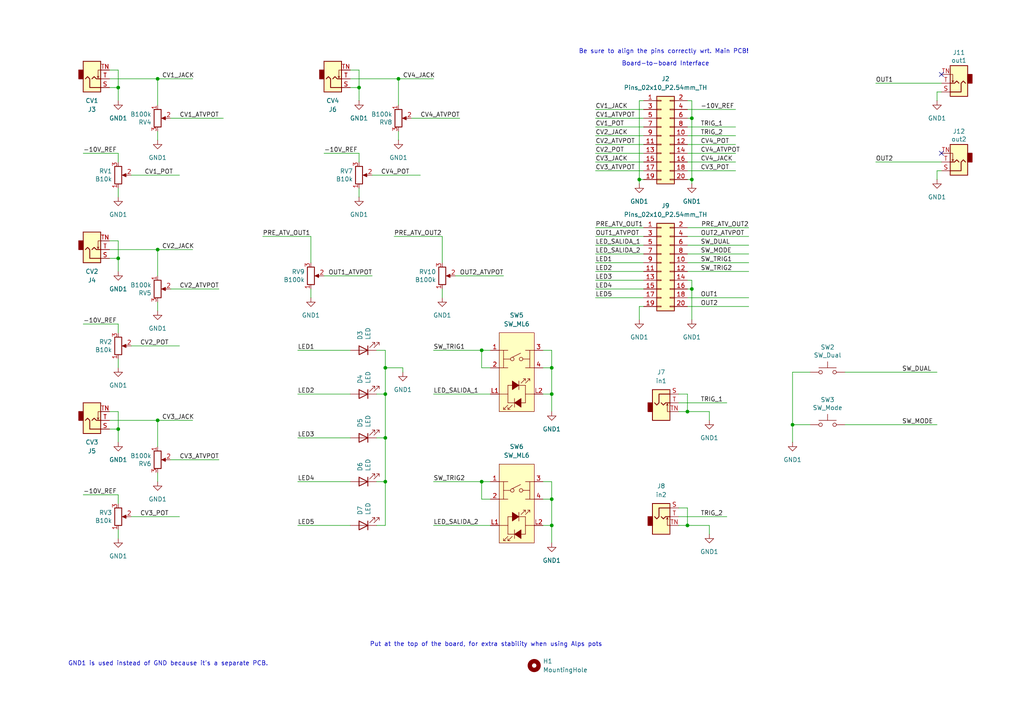
<source format=kicad_sch>
(kicad_sch (version 20231120) (generator "eeschema") (generator_version "8.0")
  (paper "A4")
  (title_block (title "Front PCB") (date "2024-09-14") (rev "v0.1") (company "Sluisbrinkie"))
  (lib_symbols
    (symbol "Connector_Audio:AudioJack2_SwitchT"
      (property "Reference" "J" (at 0 8.89 0))
      (property "Value" "AudioJack2_SwitchT" (at 0 6.35 0))
      (symbol "AudioJack2_SwitchT_0_1"
        (rectangle (start -2.54 0) (end -3.81 -2.54) (stroke (width 0.254)) (fill (type outline)))
        (polyline (pts (xy 1.778 -0.254) (xy 2.032 -0.762)))
        (polyline (pts (xy 0 0) (xy 0.635 -0.635) (xy 1.27 0) (xy 2.54 0)) (stroke (width 0.254)))
        (polyline (pts (xy 2.54 -2.54) (xy 1.778 -2.54) (xy 1.778 -0.254) (xy 1.524 -0.762)))
        (polyline (pts (xy 2.54 2.54) (xy -0.635 2.54) (xy -0.635 0) (xy -1.27 -0.635) (xy -1.905 0)) (stroke (width 0.254)))
        (rectangle (start 2.54 3.81) (end -2.54 -5.08) (stroke (width 0.254)) (fill (type background)))
      )
      (symbol "AudioJack2_SwitchT_1_1"
        (pin passive line (at 5.08 2.54 180) (length 2.54) (name "~") (number "S"))
        (pin passive line (at 5.08 0 180) (length 2.54) (name "~") (number "T"))
        (pin passive line (at 5.08 -2.54 180) (length 2.54) (name "~") (number "TN"))
      )
    )
    (symbol "Device:LED" (pin_numbers hide) (pin_names (offset 1.016) hide)
      (property "Reference" "D" (at 0 2.54 0))
      (property "Value" "LED" (at 0 -2.54 0))
      (symbol "LED_0_1"
        (polyline (pts (xy -1.27 -1.27) (xy -1.27 1.27)) (stroke (width 0.254)))
        (polyline (pts (xy -1.27 0) (xy 1.27 0)))
        (polyline (pts (xy 1.27 -1.27) (xy 1.27 1.27) (xy -1.27 0) (xy 1.27 -1.27)) (stroke (width 0.254)))
        (polyline (pts (xy -3.048 -0.762) (xy -4.572 -2.286) (xy -3.81 -2.286) (xy -4.572 -2.286) (xy -4.572 -1.524)))
        (polyline (pts (xy -1.778 -0.762) (xy -3.302 -2.286) (xy -2.54 -2.286) (xy -3.302 -2.286) (xy -3.302 -1.524)))
      )
      (symbol "LED_1_1"
        (pin passive line (at -3.81 0 0) (length 2.54) (name "K") (number "1"))
        (pin passive line (at 3.81 0 180) (length 2.54) (name "A") (number "2"))
      )
    )
    (symbol "Device:R_Potentiometer" (pin_names (offset 1.016) hide)
      (property "Reference" "RV" (at -4.445 0 90))
      (property "Value" "R_Potentiometer" (at -2.54 0 90))
      (symbol "R_Potentiometer_0_1"
        (polyline (pts (xy 2.54 0) (xy 1.524 0)))
        (polyline (pts (xy 1.143 0) (xy 2.286 0.508) (xy 2.286 -0.508) (xy 1.143 0)) (fill (type outline)))
        (rectangle (start 1.016 2.54) (end -1.016 -2.54) (stroke (width 0.254)))
      )
      (symbol "R_Potentiometer_1_1"
        (pin passive line (at 0 3.81 270) (length 1.27) (name "1") (number "1"))
        (pin passive line (at 3.81 0 180) (length 1.27) (name "2") (number "2"))
        (pin passive line (at 0 -3.81 90) (length 1.27) (name "3") (number "3"))
      )
    )
    (symbol "Library:SW_ML6" (pin_names (offset 1.016) hide)
      (property "Reference" "SW" (at 0 16.256 0))
      (property "Value" "SW_ML6" (at 0 -8.89 0))
      (symbol "SW_ML6_0_0"
        (polyline (pts (xy -5.08 -2.54) (xy -2.54 -2.54)))
        (polyline (pts (xy -5.08 5.08) (xy -2.54 5.08)))
        (polyline (pts (xy -5.08 10.16) (xy -2.54 10.16)))
        (polyline (pts (xy -3.81 -6.985) (xy -2.54 -5.715)))
        (polyline (pts (xy -2.54 -6.985) (xy -1.27 -5.715)))
        (polyline (pts (xy -2.54 -5.08) (xy 2.54 -5.08)))
        (polyline (pts (xy -2.54 0) (xy -2.54 -5.08)))
        (polyline (pts (xy -0.635 -3.81) (xy -0.635 -6.35)))
        (polyline (pts (xy 0.635 1.27) (xy 0.635 -1.27)))
        (polyline (pts (xy 2.54 0) (xy -2.54 0)))
        (polyline (pts (xy 2.54 0) (xy 2.54 -5.08)))
        (polyline (pts (xy 2.54 1.905) (xy 1.27 0.635)))
        (polyline (pts (xy 2.54 5.08) (xy 5.08 5.08)))
        (polyline (pts (xy 2.54 10.16) (xy 5.08 10.16)))
        (polyline (pts (xy 3.81 1.905) (xy 2.54 0.635)))
        (polyline (pts (xy 5.08 -2.54) (xy 2.54 -2.54)))
        (polyline (pts (xy -3.81 -6.35) (xy -3.81 -6.985) (xy -3.175 -6.985)))
        (polyline (pts (xy -2.54 -6.35) (xy -2.54 -6.985) (xy -1.905 -6.985)))
        (polyline (pts (xy 2.54 1.27) (xy 2.54 1.905) (xy 1.905 1.905)))
        (polyline (pts (xy 3.81 1.27) (xy 3.81 1.905) (xy 3.175 1.905)))
        (polyline (pts (xy -0.635 -5.08) (xy 1.27 -3.81) (xy 1.27 -6.35) (xy -0.635 -5.08)) (fill (type outline)))
        (polyline (pts (xy 0.635 0) (xy -1.27 1.27) (xy -1.27 -1.27) (xy 0.635 0)) (fill (type outline)))
      )
      (symbol "SW_ML6_0_1"
        (circle (center -1.27 7.62) (radius 0.508))
        (polyline (pts (xy -3.81 5.08) (xy -3.81 10.16)))
        (polyline (pts (xy 3.81 10.16) (xy 3.81 5.08)))
        (polyline (pts (xy -3.81 7.62) (xy -1.7848 7.6186) (xy -2.54 7.62)))
        (circle (center 1.27 7.62) (radius 0.508))
        (pin passive line (at -7.62 10.16 0) (length 2.54) (name "1") (number "1"))
        (pin passive line (at 7.62 5.08 180) (length 2.54) (name "A") (number "4"))
      )
      (symbol "SW_ML6_1_1"
        (rectangle (start -5.08 15.24) (end 5.08 -7.62) (fill (type background)))
        (polyline (pts (xy -1.2812 8.136) (xy 1.1414 9.3278)))
        (polyline (pts (xy 1.7834 7.6307) (xy 3.8086 7.6293) (xy 3.0534 7.6307)))
        (pin passive line (at -7.62 5.08 0) (length 2.54) (name "2") (number "2"))
        (pin passive line (at 7.62 10.16 180) (length 2.54) (name "3") (number "3"))
        (pin passive line (at -7.62 -2.54 0) (length 2.54) (name "L1") (number "L1"))
        (pin passive line (at 7.62 -2.54 180) (length 2.54) (name "L2") (number "L2"))
      )
    )
    (symbol "Mechanical:MountingHole" (pin_names (offset 1.016)) (exclude_from_sim yes) (in_bom no)
      (property "Reference" "H" (at 0 5.08 0))
      (property "Value" "MountingHole" (at 0 3.175 0))
      (symbol "MountingHole_0_1"
        (circle (center 0 0) (radius 1.27) (stroke (width 1.27)))
      )
    )
    (symbol "PCM_4ms_Connector:Pins_02x10_P1.27mm_TH" (pin_names (offset 1.016) hide)
      (property "Reference" "J" (at 0 13.97 0))
      (property "Value" "Pins_02x10_P1.27mm_TH" (at 0 -15.24 0))
      (symbol "Pins_02x10_P1.27mm_TH_1_1"
        (rectangle (start -2.54 -11.303) (end -1.27 -11.557))
        (rectangle (start -2.54 -8.763) (end -1.27 -9.017))
        (rectangle (start -2.54 -6.223) (end -1.27 -6.477))
        (rectangle (start -2.54 -3.683) (end -1.27 -3.937))
        (rectangle (start -2.54 -1.143) (end -1.27 -1.397))
        (rectangle (start -2.54 1.397) (end -1.27 1.143))
        (rectangle (start -2.54 3.937) (end -1.27 3.683))
        (rectangle (start -2.54 6.477) (end -1.27 6.223))
        (rectangle (start -2.54 9.017) (end -1.27 8.763))
        (rectangle (start -2.54 11.557) (end -1.27 11.303))
        (rectangle (start -2.54 12.7) (end 2.54 -12.7) (stroke (width 0.254)) (fill (type background)))
        (rectangle (start 1.27 -11.303) (end 2.54 -11.557))
        (rectangle (start 1.27 -8.763) (end 2.54 -9.017))
        (rectangle (start 1.27 -6.223) (end 2.54 -6.477))
        (rectangle (start 1.27 -3.683) (end 2.54 -3.937))
        (rectangle (start 1.27 -1.143) (end 2.54 -1.397))
        (rectangle (start 1.27 1.397) (end 2.54 1.143))
        (rectangle (start 1.27 3.937) (end 2.54 3.683))
        (rectangle (start 1.27 6.477) (end 2.54 6.223))
        (rectangle (start 1.27 9.017) (end 2.54 8.763))
        (rectangle (start 1.27 11.557) (end 2.54 11.303))
        (pin passive line (at -6.35 11.43 0) (length 3.81) (name "1") (number "1"))
        (pin passive line (at 6.35 1.27 180) (length 3.81) (name "10") (number "10"))
        (pin passive line (at -6.35 -1.27 0) (length 3.81) (name "11") (number "11"))
        (pin passive line (at 6.35 -1.27 180) (length 3.81) (name "12") (number "12"))
        (pin passive line (at -6.35 -3.81 0) (length 3.81) (name "13") (number "13"))
        (pin passive line (at 6.35 -3.81 180) (length 3.81) (name "14") (number "14"))
        (pin passive line (at -6.35 -6.35 0) (length 3.81) (name "15") (number "15"))
        (pin passive line (at 6.35 -6.35 180) (length 3.81) (name "16") (number "16"))
        (pin passive line (at -6.35 -8.89 0) (length 3.81) (name "17") (number "17"))
        (pin passive line (at 6.35 -8.89 180) (length 3.81) (name "18") (number "18"))
        (pin passive line (at -6.35 -11.43 0) (length 3.81) (name "19") (number "19"))
        (pin passive line (at 6.35 11.43 180) (length 3.81) (name "2") (number "2"))
        (pin passive line (at 6.35 -11.43 180) (length 3.81) (name "20") (number "20"))
        (pin passive line (at -6.35 8.89 0) (length 3.81) (name "3") (number "3"))
        (pin passive line (at 6.35 8.89 180) (length 3.81) (name "4") (number "4"))
        (pin passive line (at -6.35 6.35 0) (length 3.81) (name "5") (number "5"))
        (pin passive line (at 6.35 6.35 180) (length 3.81) (name "6") (number "6"))
        (pin passive line (at -6.35 3.81 0) (length 3.81) (name "7") (number "7"))
        (pin passive line (at 6.35 3.81 180) (length 3.81) (name "8") (number "8"))
        (pin passive line (at -6.35 1.27 0) (length 3.81) (name "9") (number "9"))
      )
    )
    (symbol "Switch:SW_Push" (pin_numbers hide) (pin_names (offset 1.016) hide)
      (property "Reference" "SW" (at 1.27 2.54 0))
      (property "Value" "SW_Push" (at 0 -1.524 0))
      (symbol "SW_Push_0_1"
        (circle (center -2.032 0) (radius 0.508))
        (polyline (pts (xy 0 1.27) (xy 0 3.048)))
        (polyline (pts (xy 2.54 1.27) (xy -2.54 1.27)))
        (circle (center 2.032 0) (radius 0.508))
        (pin passive line (at -5.08 0 0) (length 2.54) (name "1") (number "1"))
        (pin passive line (at 5.08 0 180) (length 2.54) (name "2") (number "2"))
      )
    )
    (symbol "power:GND1" (power) (pin_numbers hide) (pin_names (offset 0) hide)
      (property "Value" "GND1" (at 0 -3.81 0))
      (symbol "GND1_0_1"
        (polyline (pts (xy 0 0) (xy 0 -1.27) (xy 1.27 -1.27) (xy 0 -2.54) (xy -1.27 -1.27) (xy 0 -1.27)))
      )
      (symbol "GND1_1_1"
        (pin power_in line (at 0 0 270) (length 0) (name "~") (number "1"))
      )
    )
  )
  (junction (at 139.7 101.6))
  (junction (at 34.29 74.93))
  (junction (at 104.14 25.4))
  (junction (at 185.42 52.07))
  (junction (at 199.39 119.38))
  (junction (at 139.7 139.7))
  (junction (at 160.02 144.78))
  (junction (at 34.29 124.46))
  (junction (at 111.76 114.3))
  (junction (at 200.66 83.82))
  (junction (at 200.66 34.29))
  (junction (at 45.72 72.39))
  (junction (at 45.72 121.92))
  (junction (at 111.76 139.7))
  (junction (at 111.76 106.68))
  (junction (at 160.02 114.3))
  (junction (at 160.02 152.4))
  (junction (at 111.76 127))
  (junction (at 229.87 123.19))
  (junction (at 199.39 152.4))
  (junction (at 34.29 25.4))
  (junction (at 115.57 22.86))
  (junction (at 160.02 106.68))
  (junction (at 45.72 22.86))
  (junction (at 200.66 52.07))
  (no_connect (at 273.05 44.45))
  (no_connect (at 273.05 21.59))
  (wire (pts (xy 125.73 152.4) (xy 142.24 152.4)))
  (wire (pts (xy 142.24 106.68) (xy 139.7 106.68)))
  (wire (pts (xy 45.72 22.86) (xy 55.88 22.86)))
  (wire (pts (xy 128.27 68.58) (xy 128.27 76.2)))
  (wire (pts (xy 90.17 83.82) (xy 90.17 86.36)))
  (wire (pts (xy 199.39 44.45) (xy 213.36 44.45)))
  (wire (pts (xy 199.39 81.28) (xy 200.66 81.28)))
  (wire (pts (xy 45.72 121.92) (xy 45.72 129.54)))
  (wire (pts (xy 157.48 144.78) (xy 160.02 144.78)))
  (wire (pts (xy 115.57 22.86) (xy 125.73 22.86)))
  (wire (pts (xy 45.72 22.86) (xy 45.72 30.48)))
  (wire (pts (xy 199.39 114.3) (xy 199.39 119.38)))
  (wire (pts (xy 199.39 78.74) (xy 217.17 78.74)))
  (wire (pts (xy 114.3 68.58) (xy 128.27 68.58)))
  (wire (pts (xy 31.75 25.4) (xy 34.29 25.4)))
  (wire (pts (xy 196.85 149.86) (xy 210.82 149.86)))
  (wire (pts (xy 34.29 69.85) (xy 34.29 74.93)))
  (wire (pts (xy 172.72 66.04) (xy 186.69 66.04)))
  (wire (pts (xy 200.66 83.82) (xy 200.66 81.28)))
  (wire (pts (xy 254 24.13) (xy 273.05 24.13)))
  (wire (pts (xy 172.72 49.53) (xy 186.69 49.53)))
  (wire (pts (xy 24.13 44.45) (xy 34.29 44.45)))
  (wire (pts (xy 199.39 83.82) (xy 200.66 83.82)))
  (wire (pts (xy 185.42 52.07) (xy 186.69 52.07)))
  (wire (pts (xy 34.29 20.32) (xy 34.29 25.4)))
  (wire (pts (xy 229.87 123.19) (xy 229.87 107.95)))
  (wire (pts (xy 109.22 127) (xy 111.76 127)))
  (wire (pts (xy 31.75 74.93) (xy 34.29 74.93)))
  (wire (pts (xy 199.39 41.91) (xy 213.36 41.91)))
  (wire (pts (xy 34.29 104.14) (xy 34.29 106.68)))
  (wire (pts (xy 160.02 119.38) (xy 160.02 114.3)))
  (wire (pts (xy 109.22 152.4) (xy 111.76 152.4)))
  (wire (pts (xy 157.48 114.3) (xy 160.02 114.3)))
  (wire (pts (xy 254 46.99) (xy 273.05 46.99)))
  (wire (pts (xy 199.39 71.12) (xy 217.17 71.12)))
  (wire (pts (xy 271.78 49.53) (xy 273.05 49.53)))
  (wire (pts (xy 199.39 46.99) (xy 213.36 46.99)))
  (wire (pts (xy 200.66 34.29) (xy 199.39 34.29)))
  (wire (pts (xy 199.39 119.38) (xy 205.74 119.38)))
  (wire (pts (xy 111.76 114.3) (xy 111.76 127)))
  (wire (pts (xy 34.29 44.45) (xy 34.29 46.99)))
  (wire (pts (xy 45.72 87.63) (xy 45.72 90.17)))
  (wire (pts (xy 38.1 100.33) (xy 52.07 100.33)))
  (wire (pts (xy 172.72 34.29) (xy 186.69 34.29)))
  (wire (pts (xy 160.02 157.48) (xy 160.02 152.4)))
  (wire (pts (xy 109.22 114.3) (xy 111.76 114.3)))
  (wire (pts (xy 160.02 106.68) (xy 160.02 101.6)))
  (wire (pts (xy 172.72 46.99) (xy 186.69 46.99)))
  (wire (pts (xy 199.39 36.83) (xy 213.36 36.83)))
  (wire (pts (xy 86.36 114.3) (xy 101.6 114.3)))
  (wire (pts (xy 172.72 78.74) (xy 186.69 78.74)))
  (wire (pts (xy 31.75 22.86) (xy 45.72 22.86)))
  (wire (pts (xy 119.38 34.29) (xy 133.35 34.29)))
  (wire (pts (xy 49.53 133.35) (xy 63.5 133.35)))
  (wire (pts (xy 172.72 68.58) (xy 186.69 68.58)))
  (wire (pts (xy 185.42 88.9) (xy 185.42 92.71)))
  (wire (pts (xy 185.42 52.07) (xy 185.42 53.34)))
  (wire (pts (xy 172.72 73.66) (xy 186.69 73.66)))
  (wire (pts (xy 104.14 54.61) (xy 104.14 57.15)))
  (wire (pts (xy 101.6 25.4) (xy 104.14 25.4)))
  (wire (pts (xy 139.7 139.7) (xy 142.24 139.7)))
  (wire (pts (xy 199.39 68.58) (xy 217.17 68.58)))
  (wire (pts (xy 31.75 20.32) (xy 34.29 20.32)))
  (wire (pts (xy 24.13 93.98) (xy 34.29 93.98)))
  (wire (pts (xy 271.78 26.67) (xy 273.05 26.67)))
  (wire (pts (xy 24.13 143.51) (xy 34.29 143.51)))
  (wire (pts (xy 115.57 38.1) (xy 115.57 40.64)))
  (wire (pts (xy 34.29 128.27) (xy 34.29 124.46)))
  (wire (pts (xy 199.39 152.4) (xy 205.74 152.4)))
  (wire (pts (xy 31.75 69.85) (xy 34.29 69.85)))
  (wire (pts (xy 34.29 119.38) (xy 34.29 124.46)))
  (wire (pts (xy 90.17 68.58) (xy 90.17 76.2)))
  (wire (pts (xy 199.39 39.37) (xy 213.36 39.37)))
  (wire (pts (xy 160.02 152.4) (xy 160.02 144.78)))
  (wire (pts (xy 139.7 106.68) (xy 139.7 101.6)))
  (wire (pts (xy 107.95 50.8) (xy 121.92 50.8)))
  (wire (pts (xy 109.22 139.7) (xy 111.76 139.7)))
  (wire (pts (xy 86.36 101.6) (xy 101.6 101.6)))
  (wire (pts (xy 31.75 121.92) (xy 45.72 121.92)))
  (wire (pts (xy 38.1 50.8) (xy 52.07 50.8)))
  (wire (pts (xy 45.72 137.16) (xy 45.72 139.7)))
  (wire (pts (xy 229.87 123.19) (xy 229.87 128.27)))
  (wire (pts (xy 245.11 123.19) (xy 271.78 123.19)))
  (wire (pts (xy 160.02 101.6) (xy 157.48 101.6)))
  (wire (pts (xy 172.72 39.37) (xy 186.69 39.37)))
  (wire (pts (xy 34.29 143.51) (xy 34.29 146.05)))
  (wire (pts (xy 172.72 36.83) (xy 186.69 36.83)))
  (wire (pts (xy 271.78 29.21) (xy 271.78 26.67)))
  (wire (pts (xy 199.39 66.04) (xy 217.17 66.04)))
  (wire (pts (xy 245.11 107.95) (xy 271.78 107.95)))
  (wire (pts (xy 86.36 139.7) (xy 101.6 139.7)))
  (wire (pts (xy 104.14 20.32) (xy 104.14 25.4)))
  (wire (pts (xy 172.72 44.45) (xy 186.69 44.45)))
  (wire (pts (xy 104.14 44.45) (xy 104.14 46.99)))
  (wire (pts (xy 172.72 81.28) (xy 186.69 81.28)))
  (wire (pts (xy 31.75 72.39) (xy 45.72 72.39)))
  (wire (pts (xy 200.66 83.82) (xy 200.66 92.71)))
  (wire (pts (xy 101.6 22.86) (xy 115.57 22.86)))
  (wire (pts (xy 86.36 152.4) (xy 101.6 152.4)))
  (wire (pts (xy 185.42 29.21) (xy 185.42 52.07)))
  (wire (pts (xy 172.72 83.82) (xy 186.69 83.82)))
  (wire (pts (xy 31.75 124.46) (xy 34.29 124.46)))
  (wire (pts (xy 49.53 34.29) (xy 64.77 34.29)))
  (wire (pts (xy 34.29 29.21) (xy 34.29 25.4)))
  (wire (pts (xy 115.57 22.86) (xy 115.57 30.48)))
  (wire (pts (xy 139.7 101.6) (xy 142.24 101.6)))
  (wire (pts (xy 196.85 114.3) (xy 199.39 114.3)))
  (wire (pts (xy 128.27 83.82) (xy 128.27 86.36)))
  (wire (pts (xy 199.39 29.21) (xy 200.66 29.21)))
  (wire (pts (xy 160.02 139.7) (xy 157.48 139.7)))
  (wire (pts (xy 160.02 114.3) (xy 160.02 106.68)))
  (wire (pts (xy 172.72 76.2) (xy 186.69 76.2)))
  (wire (pts (xy 76.2 68.58) (xy 90.17 68.58)))
  (wire (pts (xy 93.98 80.01) (xy 107.95 80.01)))
  (wire (pts (xy 31.75 119.38) (xy 34.29 119.38)))
  (wire (pts (xy 205.74 119.38) (xy 205.74 121.92)))
  (wire (pts (xy 111.76 106.68) (xy 111.76 114.3)))
  (wire (pts (xy 125.73 139.7) (xy 139.7 139.7)))
  (wire (pts (xy 34.29 153.67) (xy 34.29 156.21)))
  (wire (pts (xy 116.84 107.95) (xy 116.84 106.68)))
  (wire (pts (xy 196.85 152.4) (xy 199.39 152.4)))
  (wire (pts (xy 139.7 144.78) (xy 139.7 139.7)))
  (wire (pts (xy 196.85 116.84) (xy 210.82 116.84)))
  (wire (pts (xy 86.36 127) (xy 101.6 127)))
  (wire (pts (xy 157.48 106.68) (xy 160.02 106.68)))
  (wire (pts (xy 205.74 152.4) (xy 205.74 154.94)))
  (wire (pts (xy 111.76 106.68) (xy 116.84 106.68)))
  (wire (pts (xy 199.39 73.66) (xy 217.17 73.66)))
  (wire (pts (xy 111.76 127) (xy 111.76 139.7)))
  (wire (pts (xy 160.02 144.78) (xy 160.02 139.7)))
  (wire (pts (xy 186.69 29.21) (xy 185.42 29.21)))
  (wire (pts (xy 157.48 152.4) (xy 160.02 152.4)))
  (wire (pts (xy 111.76 101.6) (xy 109.22 101.6)))
  (wire (pts (xy 45.72 121.92) (xy 55.88 121.92)))
  (wire (pts (xy 49.53 83.82) (xy 63.5 83.82)))
  (wire (pts (xy 196.85 119.38) (xy 199.39 119.38)))
  (wire (pts (xy 234.95 123.19) (xy 229.87 123.19)))
  (wire (pts (xy 125.73 114.3) (xy 142.24 114.3)))
  (wire (pts (xy 111.76 152.4) (xy 111.76 139.7)))
  (wire (pts (xy 200.66 29.21) (xy 200.66 34.29)))
  (wire (pts (xy 172.72 71.12) (xy 186.69 71.12)))
  (wire (pts (xy 45.72 72.39) (xy 45.72 80.01)))
  (wire (pts (xy 132.08 80.01) (xy 146.05 80.01)))
  (wire (pts (xy 200.66 52.07) (xy 200.66 34.29)))
  (wire (pts (xy 142.24 144.78) (xy 139.7 144.78)))
  (wire (pts (xy 45.72 72.39) (xy 55.88 72.39)))
  (wire (pts (xy 199.39 86.36) (xy 217.17 86.36)))
  (wire (pts (xy 125.73 101.6) (xy 139.7 101.6)))
  (wire (pts (xy 172.72 31.75) (xy 186.69 31.75)))
  (wire (pts (xy 185.42 88.9) (xy 186.69 88.9)))
  (wire (pts (xy 101.6 20.32) (xy 104.14 20.32)))
  (wire (pts (xy 234.95 107.95) (xy 229.87 107.95)))
  (wire (pts (xy 111.76 106.68) (xy 111.76 101.6)))
  (wire (pts (xy 271.78 52.07) (xy 271.78 49.53)))
  (wire (pts (xy 199.39 52.07) (xy 200.66 52.07)))
  (wire (pts (xy 199.39 31.75) (xy 213.36 31.75)))
  (wire (pts (xy 199.39 88.9) (xy 217.17 88.9)))
  (wire (pts (xy 104.14 29.21) (xy 104.14 25.4)))
  (wire (pts (xy 172.72 86.36) (xy 186.69 86.36)))
  (wire (pts (xy 199.39 49.53) (xy 213.36 49.53)))
  (wire (pts (xy 34.29 78.74) (xy 34.29 74.93)))
  (wire (pts (xy 199.39 76.2) (xy 217.17 76.2)))
  (wire (pts (xy 199.39 147.32) (xy 199.39 152.4)))
  (wire (pts (xy 196.85 147.32) (xy 199.39 147.32)))
  (wire (pts (xy 45.72 38.1) (xy 45.72 40.64)))
  (wire (pts (xy 38.1 149.86) (xy 52.07 149.86)))
  (wire (pts (xy 172.72 41.91) (xy 186.69 41.91)))
  (wire (pts (xy 200.66 53.34) (xy 200.66 52.07)))
  (wire (pts (xy 34.29 54.61) (xy 34.29 57.15)))
  (wire (pts (xy 93.98 44.45) (xy 104.14 44.45)))
  (wire (pts (xy 34.29 93.98) (xy 34.29 96.52)))
  (text "Be sure to align the pins correctly wrt. Main PCB!" (at 192.532 14.986 0) (effects (font (size 1.27 1.27))))
  (text "Board-to-board Interface\n" (at 193.04 18.542 0) (effects (font (size 1.27 1.27) (thickness 0.1588))))
  (text "Put at the top of the board, for extra stability when using Alps pots" (at 140.97 186.944 0) (effects (font (size 1.27 1.27) (thickness 0.1588))))
  (text "GND1 is used instead of GND because it's a separate PCB." (at 48.768 192.532 0) (effects (font (size 1.27 1.27))))
  (label "CV3_ATVPOT" (at 52.07 133.35 0))
  (label "LED4" (at 86.36 139.7 0))
  (label "CV4_ATVPOT" (at 121.92 34.29 0))
  (label "CV3_ATVPOT" (at 172.72 49.53 0))
  (label "CV4_POT" (at 110.49 50.8 0))
  (label "LED5" (at 172.72 86.36 0))
  (label "CV1_ATVPOT" (at 172.72 34.29 0))
  (label "TRIG_1" (at 203.2 36.83 0))
  (label "PRE_ATV_OUT2" (at 217.17 66.04 180))
  (label "-10V_REF" (at 24.13 44.45 0))
  (label "LED1" (at 172.72 76.2 0))
  (label "CV1_POT" (at 41.91 50.8 0))
  (label "LED3" (at 172.72 81.28 0))
  (label "CV2_ATVPOT" (at 172.72 41.91 0))
  (label "CV2_ATVPOT" (at 52.07 83.82 0))
  (label "TRIG_2" (at 203.2 149.86 0))
  (label "CV1_POT" (at 172.72 36.83 0))
  (label "SW_TRIG2" (at 125.73 139.7 0))
  (label "LED5" (at 86.36 152.4 0))
  (label "CV3_JACK" (at 46.99 121.92 0))
  (label "OUT2_ATVPOT" (at 203.2 68.58 0))
  (label "SW_TRIG1" (at 203.2 76.2 0))
  (label "OUT1" (at 254 24.13 0))
  (label "LED3" (at 86.36 127 0))
  (label "CV2_JACK" (at 46.99 72.39 0))
  (label "OUT2" (at 203.2 88.9 0))
  (label "PRE_ATV_OUT1" (at 172.72 66.04 0))
  (label "LED_SALIDA_2" (at 125.73 152.4 0))
  (label "CV1_ATVPOT" (at 52.07 34.29 0))
  (label "LED4" (at 172.72 83.82 0))
  (label "LED_SALIDA_2" (at 172.72 73.66 0))
  (label "-10V_REF" (at 203.2 31.75 0))
  (label "OUT2_ATVPOT" (at 146.05 80.01 180))
  (label "LED2" (at 86.36 114.3 0))
  (label "-10V_REF" (at 93.98 44.45 0))
  (label "OUT2" (at 254 46.99 0))
  (label "LED1" (at 86.36 101.6 0))
  (label "LED_SALIDA_1" (at 172.72 71.12 0))
  (label "LED_SALIDA_1" (at 125.73 114.3 0))
  (label "OUT1_ATVPOT" (at 172.72 68.58 0))
  (label "SW_DUAL" (at 203.2 71.12 0))
  (label "PRE_ATV_OUT1" (at 76.2 68.58 0))
  (label "SW_TRIG1" (at 125.73 101.6 0))
  (label "-10V_REF" (at 24.13 143.51 0))
  (label "OUT1_ATVPOT" (at 107.95 80.01 180))
  (label "CV3_POT" (at 203.2 49.53 0))
  (label "SW_TRIG2" (at 203.2 78.74 0))
  (label "CV2_POT" (at 40.64 100.33 0))
  (label "CV4_JACK" (at 116.84 22.86 0))
  (label "CV4_POT" (at 203.2 41.91 0))
  (label "SW_MODE" (at 203.2 73.66 0))
  (label "CV2_POT" (at 172.72 44.45 0))
  (label "SW_DUAL" (at 261.62 107.95 0))
  (label "PRE_ATV_OUT2" (at 114.3 68.58 0))
  (label "TRIG_2" (at 203.2 39.37 0))
  (label "SW_MODE" (at 261.62 123.19 0))
  (label "CV1_JACK" (at 172.72 31.75 0))
  (label "TRIG_1" (at 203.2 116.84 0))
  (label "CV4_ATVPOT" (at 203.2 44.45 0))
  (label "CV2_JACK" (at 172.72 39.37 0))
  (label "CV3_JACK" (at 172.72 46.99 0))
  (label "OUT1" (at 203.2 86.36 0))
  (label "CV3_POT" (at 40.64 149.86 0))
  (label "CV4_JACK" (at 203.2 46.99 0))
  (label "CV1_JACK" (at 46.99 22.86 0))
  (label "-10V_REF" (at 24.13 93.98 0))
  (label "LED2" (at 172.72 78.74 0))
  (symbol (lib_id "power:GND1") (at 271.78 29.21 0) (unit 1)
    (property "Reference" "#PWR023" (effects (hide yes)))
    (property "Value" "GND1" (at 271.78 34.29 0))
    (property "Description" "Power symbol creates a global label with name \"GND1\" , ground" (effects (hide yes)))
  )
  (symbol (lib_id "Device:LED") (at 105.41 127 180) (unit 1)
    (property "Reference" "D5" (at 104.4194 124.0028 90) (effects (justify right)))
    (property "Value" "LED" (at 106.7308 124.0028 90) (effects (justify right)))
    (property "Footprint" "LED_THT:LED_D3.0mm" (effects (hide yes)))
  )
  (symbol (lib_id "Device:LED") (at 105.41 114.3 180) (unit 1)
    (property "Reference" "D4" (at 104.4194 111.3028 90) (effects (justify right)))
    (property "Value" "LED" (at 106.7308 111.3028 90) (effects (justify right)))
    (property "Footprint" "LED_THT:LED_D3.0mm" (effects (hide yes)))
  )
  (symbol (lib_id "Device:R_Potentiometer") (at 45.72 83.82 0) (unit 1)
    (property "Reference" "RV5" (at 43.942 84.9884 0) (effects (justify right)))
    (property "Value" "B100k" (at 43.942 82.677 0) (effects (justify right)))
    (property "Footprint" "Library:Potentiometer_Alps_RK09K_Single_Vertical" (effects (hide yes)))
  )
  (symbol (lib_id "Library:SW_ML6") (at 149.86 111.76 0) (unit 1)
    (property "Reference" "SW5" (at 149.86 91.44 0))
    (property "Value" "SW_ML6" (at 149.86 93.98 0))
    (property "Footprint" "Library:ML6-H2T2GQA" (effects (hide yes)))
  )
  (symbol (lib_id "Switch:SW_Push") (at 240.03 107.95 0) (mirror y) (unit 1)
    (property "Reference" "SW2" (at 240.03 100.711 0))
    (property "Value" "SW_Dual" (at 240.03 103.0224 0))
    (property "Footprint" "Button_Switch_THT:SW_PUSH_6mm_H13mm" (effects (hide yes)))
  )
  (symbol (lib_id "power:GND1") (at 200.66 53.34 0) (unit 1)
    (property "Reference" "#PWR095" (effects (hide yes)))
    (property "Value" "GND1" (at 200.66 58.42 0))
    (property "Description" "Power symbol creates a global label with name \"GND1\" , ground" (effects (hide yes)))
  )
  (symbol (lib_id "power:GND1") (at 34.29 128.27 0) (unit 1)
    (property "Reference" "#PWR08" (effects (hide yes)))
    (property "Value" "GND1" (at 34.29 133.35 0))
    (property "Description" "Power symbol creates a global label with name \"GND1\" , ground" (effects (hide yes)))
  )
  (symbol (lib_id "Mechanical:MountingHole") (at 154.94 193.04 0) (unit 1) (exclude_from_sim yes) (in_bom no)
    (property "Reference" "H1" (at 157.48 191.7699 0) (effects (justify left)))
    (property "Value" "MountingHole" (at 157.48 194.3099 0) (effects (justify left)))
    (property "Footprint" "MountingHole:MountingHole_2.7mm_M2.5" (effects (hide yes)))
    (property "Description" "Mounting Hole without connection" (effects (hide yes)))
  )
  (symbol (lib_id "power:GND1") (at 45.72 139.7 0) (unit 1)
    (property "Reference" "#PWR012" (effects (hide yes)))
    (property "Value" "GND1" (at 45.72 144.78 0))
    (property "Description" "Power symbol creates a global label with name \"GND1\" , ground" (effects (hide yes)))
  )
  (symbol (lib_id "power:GND1") (at 104.14 29.21 0) (unit 1)
    (property "Reference" "#PWR013" (effects (hide yes)))
    (property "Value" "GND1" (at 104.14 34.29 0))
    (property "Description" "Power symbol creates a global label with name \"GND1\" , ground" (effects (hide yes)))
  )
  (symbol (lib_id "power:GND1") (at 229.87 128.27 0) (unit 1)
    (property "Reference" "#PWR022" (effects (hide yes)))
    (property "Value" "GND1" (at 229.87 133.35 0))
    (property "Description" "Power symbol creates a global label with name \"GND1\" , ground" (effects (hide yes)))
  )
  (symbol (lib_id "Device:R_Potentiometer") (at 115.57 34.29 0) (unit 1)
    (property "Reference" "RV8" (at 113.792 35.4584 0) (effects (justify right)))
    (property "Value" "B100k" (at 113.792 33.147 0) (effects (justify right)))
    (property "Footprint" "Library:Potentiometer_Alps_RK09K_Single_Vertical" (effects (hide yes)))
  )
  (symbol (lib_id "PCM_4ms_Connector:Pins_02x10_P1.27mm_TH") (at 193.04 77.47 0) (unit 1)
    (property "Reference" "J9" (at 193.04 59.69 0))
    (property "Value" "Pins_02x10_P2.54mm_TH" (at 193.04 62.23 0))
    (property "Footprint" "Connector_PinSocket_2.54mm:PinSocket_2x10_P2.54mm_Vertical" (effects (hide yes)))
    (property "Description" "Header 2x10 Pins, Pitch=2.54mm, Pin Height=3mm, Vertical, TH" (effects (hide yes)))
    (property "Specifications" "Header 2x10 Pins, Pitch=2.54mm, Pin Height=3mm, Vertical, TH" (effects (hide yes)))
  )
  (symbol (lib_id "power:GND1") (at 90.17 86.36 0) (unit 1)
    (property "Reference" "#PWR090" (effects (hide yes)))
    (property "Value" "GND1" (at 90.17 91.44 0))
    (property "Description" "Power symbol creates a global label with name \"GND1\" , ground" (effects (hide yes)))
  )
  (symbol (lib_id "power:GND1") (at 34.29 78.74 0) (unit 1)
    (property "Reference" "#PWR06" (effects (hide yes)))
    (property "Value" "GND1" (at 34.29 83.82 0))
    (property "Description" "Power symbol creates a global label with name \"GND1\" , ground" (effects (hide yes)))
  )
  (symbol (lib_id "power:GND1") (at 34.29 106.68 0) (unit 1)
    (property "Reference" "#PWR07" (effects (hide yes)))
    (property "Value" "GND1" (at 34.29 111.76 0))
    (property "Description" "Power symbol creates a global label with name \"GND1\" , ground" (effects (hide yes)))
  )
  (symbol (lib_id "power:GND1") (at 160.02 119.38 0) (unit 1)
    (property "Reference" "#PWR080" (effects (hide yes)))
    (property "Value" "GND1" (at 160.02 124.46 0))
    (property "Description" "Power symbol creates a global label with name \"GND1\" , ground" (effects (hide yes)))
  )
  (symbol (lib_id "power:GND1") (at 34.29 57.15 0) (unit 1)
    (property "Reference" "#PWR05" (effects (hide yes)))
    (property "Value" "GND1" (at 34.29 62.23 0))
    (property "Description" "Power symbol creates a global label with name \"GND1\" , ground" (effects (hide yes)))
  )
  (symbol (lib_id "Device:LED") (at 105.41 139.7 180) (unit 1)
    (property "Reference" "D6" (at 104.4194 136.7028 90) (effects (justify right)))
    (property "Value" "LED" (at 106.7308 136.7028 90) (effects (justify right)))
    (property "Footprint" "LED_THT:LED_D3.0mm" (effects (hide yes)))
  )
  (symbol (lib_id "Device:R_Potentiometer") (at 34.29 149.86 0) (mirror x) (unit 1)
    (property "Reference" "RV3" (at 32.512 148.6916 0) (effects (justify right)))
    (property "Value" "B10k" (at 32.512 151.003 0) (effects (justify right)))
    (property "Footprint" "Library:Potentiometer_Alps_RK09K_Single_Vertical_DSHAFT" (effects (hide yes)))
  )
  (symbol (lib_id "Connector_Audio:AudioJack2_SwitchT") (at 96.52 22.86 0) (mirror x) (unit 1)
    (property "Reference" "J6" (at 96.52 31.75 0))
    (property "Value" "CV4" (at 96.52 29.21 0))
    (property "Footprint" "Library:Jack_3.5mm_QingPu_WQP-PJ398SM_Vertical_CircularHoles_3D" (effects (hide yes)))
  )
  (symbol (lib_id "Device:R_Potentiometer") (at 45.72 34.29 0) (unit 1)
    (property "Reference" "RV4" (at 43.942 35.4584 0) (effects (justify right)))
    (property "Value" "B100k" (at 43.942 33.147 0) (effects (justify right)))
    (property "Footprint" "Library:Potentiometer_Alps_RK09K_Single_Vertical" (effects (hide yes)))
  )
  (symbol (lib_id "Device:R_Potentiometer") (at 128.27 80.01 0) (mirror x) (unit 1)
    (property "Reference" "RV10" (at 126.492 78.8416 0) (effects (justify right)))
    (property "Value" "B100k" (at 126.492 81.153 0) (effects (justify right)))
    (property "Footprint" "Library:Potentiometer_Alps_RK09K_Single_Vertical" (effects (hide yes)))
  )
  (symbol (lib_id "PCM_4ms_Connector:Pins_02x10_P1.27mm_TH") (at 193.04 40.64 0) (unit 1)
    (property "Reference" "J2" (at 193.04 22.86 0))
    (property "Value" "Pins_02x10_P2.54mm_TH" (at 193.04 25.4 0))
    (property "Footprint" "Connector_PinSocket_2.54mm:PinSocket_2x10_P2.54mm_Vertical" (effects (hide yes)))
    (property "Description" "Header 2x10 Pins, Pitch=2.54mm, Pin Height=3mm, Vertical, TH" (effects (hide yes)))
    (property "Specifications" "Header 2x10 Pins, Pitch=2.54mm, Pin Height=3mm, Vertical, TH" (effects (hide yes)))
  )
  (symbol (lib_id "power:GND1") (at 128.27 86.36 0) (unit 1)
    (property "Reference" "#PWR091" (effects (hide yes)))
    (property "Value" "GND1" (at 128.27 91.44 0))
    (property "Description" "Power symbol creates a global label with name \"GND1\" , ground" (effects (hide yes)))
  )
  (symbol (lib_id "power:GND1") (at 205.74 154.94 0) (unit 1)
    (property "Reference" "#PWR019" (effects (hide yes)))
    (property "Value" "GND1" (at 205.74 160.02 0))
    (property "Description" "Power symbol creates a global label with name \"GND1\" , ground" (effects (hide yes)))
  )
  (symbol (lib_id "Connector_Audio:AudioJack2_SwitchT") (at 26.67 22.86 0) (mirror x) (unit 1)
    (property "Reference" "J3" (at 26.67 31.75 0))
    (property "Value" "CV1" (at 26.67 29.21 0))
    (property "Footprint" "Library:Jack_3.5mm_QingPu_WQP-PJ398SM_Vertical_CircularHoles_3D" (effects (hide yes)))
  )
  (symbol (lib_id "Connector_Audio:AudioJack2_SwitchT") (at 278.13 46.99 180) (unit 1)
    (property "Reference" "J12" (at 278.13 38.1 0))
    (property "Value" "out2" (at 278.13 40.386 0))
    (property "Footprint" "Library:Jack_3.5mm_QingPu_WQP-PJ398SM_Vertical_CircularHoles_3D" (effects (hide yes)))
  )
  (symbol (lib_id "power:GND1") (at 45.72 90.17 0) (unit 1)
    (property "Reference" "#PWR011" (effects (hide yes)))
    (property "Value" "GND1" (at 45.72 95.25 0))
    (property "Description" "Power symbol creates a global label with name \"GND1\" , ground" (effects (hide yes)))
  )
  (symbol (lib_id "power:GND1") (at 116.84 107.95 0) (unit 1)
    (property "Reference" "#PWR016" (effects (hide yes)))
    (property "Value" "GND1" (at 116.84 113.03 0))
    (property "Description" "Power symbol creates a global label with name \"GND1\" , ground" (effects (hide yes)))
  )
  (symbol (lib_id "power:GND1") (at 34.29 29.21 0) (unit 1)
    (property "Reference" "#PWR04" (effects (hide yes)))
    (property "Value" "GND1" (at 34.29 34.29 0))
    (property "Description" "Power symbol creates a global label with name \"GND1\" , ground" (effects (hide yes)))
  )
  (symbol (lib_id "power:GND1") (at 185.42 92.71 0) (unit 1)
    (property "Reference" "#PWR020" (effects (hide yes)))
    (property "Value" "GND1" (at 185.42 97.79 0))
    (property "Description" "Power symbol creates a global label with name \"GND1\" , ground" (effects (hide yes)))
  )
  (symbol (lib_id "Connector_Audio:AudioJack2_SwitchT") (at 191.77 149.86 0) (unit 1)
    (property "Reference" "J8" (at 191.77 140.97 0))
    (property "Value" "in2" (at 191.77 143.51 0))
    (property "Footprint" "Library:Jack_3.5mm_QingPu_WQP-PJ398SM_Vertical_CircularHoles_3D" (effects (hide yes)))
  )
  (symbol (lib_id "power:GND1") (at 104.14 57.15 0) (unit 1)
    (property "Reference" "#PWR014" (effects (hide yes)))
    (property "Value" "GND1" (at 104.14 62.23 0))
    (property "Description" "Power symbol creates a global label with name \"GND1\" , ground" (effects (hide yes)))
  )
  (symbol (lib_id "Device:R_Potentiometer") (at 34.29 50.8 0) (mirror x) (unit 1)
    (property "Reference" "RV1" (at 32.512 49.6316 0) (effects (justify right)))
    (property "Value" "B10k" (at 32.512 51.943 0) (effects (justify right)))
    (property "Footprint" "Library:Potentiometer_Alps_RK09K_Single_Vertical_DSHAFT" (effects (hide yes)))
  )
  (symbol (lib_id "Switch:SW_Push") (at 240.03 123.19 0) (mirror y) (unit 1)
    (property "Reference" "SW3" (at 240.03 115.951 0))
    (property "Value" "SW_Mode" (at 240.03 118.2624 0))
    (property "Footprint" "Button_Switch_THT:SW_PUSH_6mm_H13mm" (effects (hide yes)))
  )
  (symbol (lib_id "Device:R_Potentiometer") (at 34.29 100.33 0) (mirror x) (unit 1)
    (property "Reference" "RV2" (at 32.512 99.1616 0) (effects (justify right)))
    (property "Value" "B10k" (at 32.512 101.473 0) (effects (justify right)))
    (property "Footprint" "Library:Potentiometer_Alps_RK09K_Single_Vertical_DSHAFT" (effects (hide yes)))
  )
  (symbol (lib_id "Device:R_Potentiometer") (at 90.17 80.01 0) (mirror x) (unit 1)
    (property "Reference" "RV9" (at 88.392 78.8416 0) (effects (justify right)))
    (property "Value" "B100k" (at 88.392 81.153 0) (effects (justify right)))
    (property "Footprint" "Library:Potentiometer_Alps_RK09K_Single_Vertical" (effects (hide yes)))
  )
  (symbol (lib_id "power:GND1") (at 34.29 156.21 0) (unit 1)
    (property "Reference" "#PWR09" (effects (hide yes)))
    (property "Value" "GND1" (at 34.29 161.29 0))
    (property "Description" "Power symbol creates a global label with name \"GND1\" , ground" (effects (hide yes)))
  )
  (symbol (lib_id "Connector_Audio:AudioJack2_SwitchT") (at 191.77 116.84 0) (unit 1)
    (property "Reference" "J7" (at 191.77 107.95 0))
    (property "Value" "in1" (at 191.77 110.49 0))
    (property "Footprint" "Library:Jack_3.5mm_QingPu_WQP-PJ398SM_Vertical_CircularHoles_3D" (effects (hide yes)))
  )
  (symbol (lib_id "power:GND1") (at 205.74 121.92 0) (unit 1)
    (property "Reference" "#PWR018" (effects (hide yes)))
    (property "Value" "GND1" (at 205.74 127 0))
    (property "Description" "Power symbol creates a global label with name \"GND1\" , ground" (effects (hide yes)))
  )
  (symbol (lib_id "Device:LED") (at 105.41 101.6 180) (unit 1)
    (property "Reference" "D3" (at 104.4194 98.6028 90) (effects (justify right)))
    (property "Value" "LED" (at 106.7308 98.6028 90) (effects (justify right)))
    (property "Footprint" "LED_THT:LED_D3.0mm" (effects (hide yes)))
  )
  (symbol (lib_id "Connector_Audio:AudioJack2_SwitchT") (at 26.67 121.92 0) (mirror x) (unit 1)
    (property "Reference" "J5" (at 26.67 130.81 0))
    (property "Value" "CV3" (at 26.67 128.27 0))
    (property "Footprint" "Library:Jack_3.5mm_QingPu_WQP-PJ398SM_Vertical_CircularHoles_3D" (effects (hide yes)))
  )
  (symbol (lib_id "Device:R_Potentiometer") (at 104.14 50.8 0) (mirror x) (unit 1)
    (property "Reference" "RV7" (at 102.362 49.6316 0) (effects (justify right)))
    (property "Value" "B10k" (at 102.362 51.943 0) (effects (justify right)))
    (property "Footprint" "Library:Potentiometer_Alps_RK09K_Single_Vertical_DSHAFT" (effects (hide yes)))
  )
  (symbol (lib_id "power:GND1") (at 200.66 92.71 0) (unit 1)
    (property "Reference" "#PWR089" (effects (hide yes)))
    (property "Value" "GND1" (at 200.66 97.79 0))
    (property "Description" "Power symbol creates a global label with name \"GND1\" , ground" (effects (hide yes)))
  )
  (symbol (lib_id "power:GND1") (at 160.02 157.48 0) (unit 1)
    (property "Reference" "#PWR081" (effects (hide yes)))
    (property "Value" "GND1" (at 160.02 162.56 0))
    (property "Description" "Power symbol creates a global label with name \"GND1\" , ground" (effects (hide yes)))
  )
  (symbol (lib_id "Device:LED") (at 105.41 152.4 180) (unit 1)
    (property "Reference" "D7" (at 104.4194 149.4028 90) (effects (justify right)))
    (property "Value" "LED" (at 106.7308 149.4028 90) (effects (justify right)))
    (property "Footprint" "LED_THT:LED_D3.0mm" (effects (hide yes)))
  )
  (symbol (lib_id "Connector_Audio:AudioJack2_SwitchT") (at 278.13 24.13 180) (unit 1)
    (property "Reference" "J11" (at 278.13 15.24 0))
    (property "Value" "out1" (at 278.13 17.526 0))
    (property "Footprint" "Library:Jack_3.5mm_QingPu_WQP-PJ398SM_Vertical_CircularHoles_3D" (effects (hide yes)))
  )
  (symbol (lib_id "Device:R_Potentiometer") (at 45.72 133.35 0) (unit 1)
    (property "Reference" "RV6" (at 43.942 134.5184 0) (effects (justify right)))
    (property "Value" "B100k" (at 43.942 132.207 0) (effects (justify right)))
    (property "Footprint" "Library:Potentiometer_Alps_RK09K_Single_Vertical" (effects (hide yes)))
  )
  (symbol (lib_id "power:GND1") (at 271.78 52.07 0) (unit 1)
    (property "Reference" "#PWR024" (effects (hide yes)))
    (property "Value" "GND1" (at 271.78 57.15 0))
    (property "Description" "Power symbol creates a global label with name \"GND1\" , ground" (effects (hide yes)))
  )
  (symbol (lib_id "power:GND1") (at 45.72 40.64 0) (unit 1)
    (property "Reference" "#PWR010" (effects (hide yes)))
    (property "Value" "GND1" (at 45.72 45.72 0))
    (property "Description" "Power symbol creates a global label with name \"GND1\" , ground" (effects (hide yes)))
  )
  (symbol (lib_id "power:GND1") (at 115.57 40.64 0) (unit 1)
    (property "Reference" "#PWR015" (effects (hide yes)))
    (property "Value" "GND1" (at 115.57 45.72 0))
    (property "Description" "Power symbol creates a global label with name \"GND1\" , ground" (effects (hide yes)))
  )
  (symbol (lib_id "Connector_Audio:AudioJack2_SwitchT") (at 26.67 72.39 0) (mirror x) (unit 1)
    (property "Reference" "J4" (at 26.67 81.28 0))
    (property "Value" "CV2" (at 26.67 78.74 0))
    (property "Footprint" "Library:Jack_3.5mm_QingPu_WQP-PJ398SM_Vertical_CircularHoles_3D" (effects (hide yes)))
  )
  (symbol (lib_id "Library:SW_ML6") (at 149.86 149.86 0) (unit 1)
    (property "Reference" "SW6" (at 149.86 129.54 0))
    (property "Value" "SW_ML6" (at 149.86 132.08 0))
    (property "Footprint" "Library:ML6-H2T2GQA" (effects (hide yes)))
  )
  (symbol (lib_id "power:GND1") (at 185.42 53.34 0) (unit 1)
    (property "Reference" "#PWR017" (effects (hide yes)))
    (property "Value" "GND1" (at 185.42 58.42 0))
    (property "Description" "Power symbol creates a global label with name \"GND1\" , ground" (effects (hide yes)))
  )
)
</source>
